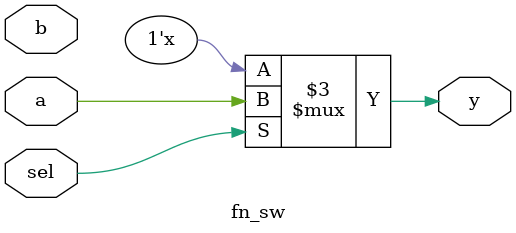
<source format=v>
`timescale 1ns/10ps 


module fn_sw(a,b,sel,y);


input  a,b,sel;
output y;

// assign y=sel?(a^b):(a&b);

reg y;
always@(a or b or sel ) begin 

   if (sel==1) begin 
       y<=a;
       end 

    end

endmodule 

</source>
